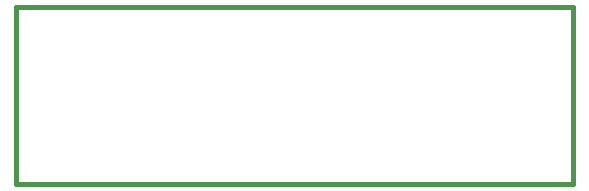
<source format=gm1>
G04 #@! TF.FileFunction,Profile,NP*
%FSLAX46Y46*%
G04 Gerber Fmt 4.6, Leading zero omitted, Abs format (unit mm)*
G04 Created by KiCad (PCBNEW 4.0.5) date 07/01/17 20:00:33*
%MOMM*%
%LPD*%
G01*
G04 APERTURE LIST*
%ADD10C,0.150000*%
%ADD11C,0.381000*%
G04 APERTURE END LIST*
D10*
D11*
X96500000Y-70000000D02*
X143600000Y-70000000D01*
X96500000Y-85000000D02*
X96500000Y-70000000D01*
X143600000Y-85000000D02*
X96500000Y-85000000D01*
X143600000Y-70000000D02*
X143600000Y-85000000D01*
M02*

</source>
